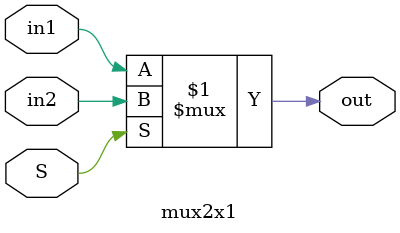
<source format=sv>
module mux2x1(
    input logic S, 
    input logic in1, 
    input logic in2,
    output logic out
);
    assign out = S ? (in2):(in1); 
endmodule : mux2x1
</source>
